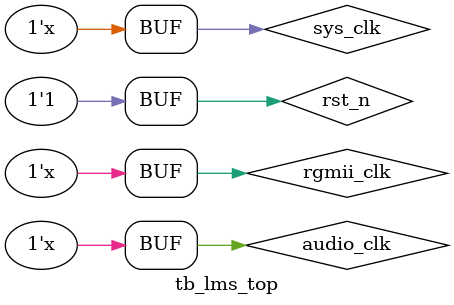
<source format=v>

`timescale 1ns/1ns

module tb_lms_top();
   reg             sys_clk     ;
   reg             rst_n       ;
   
   reg             audio_clk   ;
   reg             data_valid  ;
   reg [15:0]      adc_data    ;
  
   reg             rgmii_clk   ;
   reg             rec_en      ;
   reg [31:0]      rec_data    ;
          
   wire [15:0]      y_lms      ;
    

initial begin
    sys_clk = 1'b0;
    audio_clk = 1'b0;
    rgmii_clk = 1'b0;
    rst_n <= 1'b0;
    #40;
    rst_n <= 1'b1;

end

always #10 sys_clk = ~sys_clk;

always #50 audio_clk = ~audio_clk;

always #16  rgmii_clk = ~rgmii_clk;

reg [15:0] cnt;

always@(posedge audio_clk or negedge rst_n)
    if(~rst_n)
        cnt <= 16'd0;
    else
        cnt <= cnt + 1'b1;
        
always@(posedge audio_clk or negedge rst_n)
    if(~rst_n)
        adc_data <= 16'b0;
    else
        adc_data <= cnt;
       
always@(posedge audio_clk or negedge rst_n)
    if(~rst_n)
        data_valid <= 1'b0;
    else if(cnt == 'd1)
        data_valid  <= 1'b1;
    else
        data_valid  <= data_valid;
       
reg [15:0] cnt1;  
     
always@(posedge rgmii_clk or negedge rst_n)
    if(~rst_n)
        cnt1 <= 16'd0;
    else
        cnt1 <= cnt1 + 1'b1;
        
always@(posedge rgmii_clk or negedge rst_n)
    if(~rst_n)
        rec_data <= 32'd0;
    else
        rec_data <= cnt1;
        
always@(posedge rgmii_clk or negedge rst_n)
    if(~rst_n)
        rec_en <= 1'b0;
    else if(cnt1 == 1'b1)
        rec_en <= 1'b1;
    else
        rec_en <= rec_en;
        
    
lms_top
#(
   .Step_size( 16'h000f  )
)
lms_top_inst
(
   .sys_clk   (sys_clk   ) ,
   .rst_n     (rst_n     ) ,
  
   .audio_clk (audio_clk ) ,
   .data_valid(data_valid) ,
   .adc_data  (adc_data  ) ,
 
   .rgmii_clk (rgmii_clk ) ,
   .rec_en    (rec_en    ) ,
   .rec_data  (rec_data  ) , 
  
   .y_lms     (y_lms     )
);
    
    
    



endmodule





</source>
